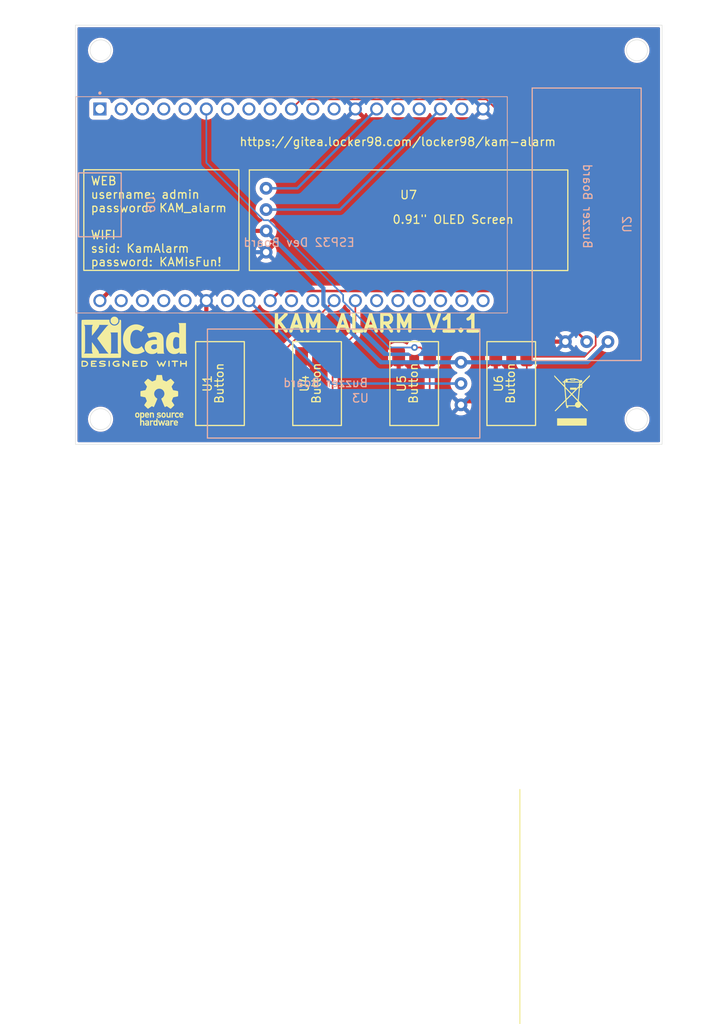
<source format=kicad_pcb>
(kicad_pcb
	(version 20240108)
	(generator "pcbnew")
	(generator_version "8.0")
	(general
		(thickness 1.6)
		(legacy_teardrops no)
	)
	(paper "A4")
	(layers
		(0 "F.Cu" signal)
		(31 "B.Cu" signal)
		(34 "B.Paste" user)
		(35 "F.Paste" user)
		(36 "B.SilkS" user "B.Silkscreen")
		(37 "F.SilkS" user "F.Silkscreen")
		(38 "B.Mask" user)
		(39 "F.Mask" user)
		(44 "Edge.Cuts" user)
		(45 "Margin" user)
		(46 "B.CrtYd" user "B.Courtyard")
		(47 "F.CrtYd" user "F.Courtyard")
	)
	(setup
		(stackup
			(layer "F.SilkS"
				(type "Top Silk Screen")
			)
			(layer "F.Paste"
				(type "Top Solder Paste")
			)
			(layer "F.Mask"
				(type "Top Solder Mask")
				(thickness 0.01)
			)
			(layer "F.Cu"
				(type "copper")
				(thickness 0.035)
			)
			(layer "dielectric 1"
				(type "core")
				(thickness 1.51)
				(material "FR4")
				(epsilon_r 4.5)
				(loss_tangent 0.02)
			)
			(layer "B.Cu"
				(type "copper")
				(thickness 0.035)
			)
			(layer "B.Mask"
				(type "Bottom Solder Mask")
				(thickness 0.01)
			)
			(layer "B.Paste"
				(type "Bottom Solder Paste")
			)
			(layer "B.SilkS"
				(type "Bottom Silk Screen")
			)
			(copper_finish "None")
			(dielectric_constraints no)
		)
		(pad_to_mask_clearance 0)
		(allow_soldermask_bridges_in_footprints no)
		(grid_origin 156 103.5)
		(pcbplotparams
			(layerselection 0x00010fc_ffffffff)
			(plot_on_all_layers_selection 0x0000000_00000000)
			(disableapertmacros no)
			(usegerberextensions no)
			(usegerberattributes yes)
			(usegerberadvancedattributes yes)
			(creategerberjobfile yes)
			(dashed_line_dash_ratio 12.000000)
			(dashed_line_gap_ratio 3.000000)
			(svgprecision 4)
			(plotframeref no)
			(viasonmask no)
			(mode 1)
			(useauxorigin no)
			(hpglpennumber 1)
			(hpglpenspeed 20)
			(hpglpendiameter 15.000000)
			(pdf_front_fp_property_popups yes)
			(pdf_back_fp_property_popups yes)
			(dxfpolygonmode yes)
			(dxfimperialunits yes)
			(dxfusepcbnewfont yes)
			(psnegative no)
			(psa4output no)
			(plotreference yes)
			(plotvalue yes)
			(plotfptext yes)
			(plotinvisibletext no)
			(sketchpadsonfab no)
			(subtractmaskfromsilk no)
			(outputformat 1)
			(mirror no)
			(drillshape 0)
			(scaleselection 1)
			(outputdirectory "Gerber/")
		)
	)
	(net 0 "")
	(net 1 "GND")
	(net 2 "+5V")
	(net 3 "B1")
	(net 4 "B2")
	(net 5 "B3")
	(net 6 "B4")
	(net 7 "unconnected-(U8-SD0-PadJ2-2)")
	(net 8 "unconnected-(U8-SVN-PadJ3-16)")
	(net 9 "unconnected-(U8-SD2-PadJ3-4)")
	(net 10 "unconnected-(U8-CLK-PadJ2-1)")
	(net 11 "unconnected-(U8-SVP-PadJ3-17)")
	(net 12 "unconnected-(U8-SD1-PadJ2-3)")
	(net 13 "unconnected-(U8-IO02-PadJ2-5)")
	(net 14 "unconnected-(U8-IO34-PadJ3-15)")
	(net 15 "/SCK_Wire")
	(net 16 "unconnected-(U8-RX-PadJ2-15)")
	(net 17 "unconnected-(U8-IO17-PadJ2-9)")
	(net 18 "unconnected-(U8-IO12-PadJ3-7)")
	(net 19 "/Buzzer I{slash}O 1")
	(net 20 "unconnected-(U8-IO26-PadJ3-10)")
	(net 21 "unconnected-(U8-SD3-PadJ3-3)")
	(net 22 "unconnected-(U8-3V3-PadJ3-19)")
	(net 23 "unconnected-(U8-EN-PadJ3-18)")
	(net 24 "unconnected-(U8-IO25-PadJ3-11)")
	(net 25 "unconnected-(U8-IO19-PadJ2-12)")
	(net 26 "unconnected-(U8-IO23-PadJ2-18)")
	(net 27 "unconnected-(U8-IO18-PadJ2-11)")
	(net 28 "unconnected-(U8-IO13-PadJ3-5)")
	(net 29 "unconnected-(U8-IO04-PadJ2-7)")
	(net 30 "unconnected-(U8-IO15-PadJ2-4)")
	(net 31 "unconnected-(U8-TX-PadJ2-16)")
	(net 32 "/Buzzer I{slash}O 2")
	(net 33 "unconnected-(U8-IO16-PadJ2-8)")
	(net 34 "unconnected-(U8-IO35-PadJ3-14)")
	(net 35 "/SDA_Wire")
	(net 36 "unconnected-(U8-CMD-PadJ3-2)")
	(footprint "button:TWS4417-250AT" (layer "F.Cu") (at 53.8333 67.75 90))
	(footprint "AliExpress:OLED Screen" (layer "F.Cu") (at 64.75 48.27))
	(footprint "Symbol:KiCad-Logo2_5mm_SilkScreen" (layer "F.Cu") (at 32 62.75))
	(footprint "button:TWS4417-250AT" (layer "F.Cu") (at 77 67.75 90))
	(footprint "Symbol:WEEE-Logo_4.2x6mm_SilkScreen" (layer "F.Cu") (at 84.25 69.75))
	(footprint "button:TWS4417-250AT" (layer "F.Cu") (at 65.4167 67.75 90))
	(footprint "Symbol:OSHW-Logo_5.7x6mm_SilkScreen" (layer "F.Cu") (at 35 69.75))
	(footprint "button:TWS4417-250AT" (layer "F.Cu") (at 42.25 67.75 90))
	(footprint "AliExpress:buzzer" (layer "B.Cu") (at 57 67.75 180))
	(footprint "ESP32-DEVKITC-32D:MODULE_ESP32-DEVKITC-32D" (layer "B.Cu") (at 50.78 46.43 -90))
	(footprint "AliExpress:buzzer" (layer "B.Cu") (at 86 48.75 90))
	(gr_circle
		(center 92 72)
		(end 93.25 72)
		(locked yes)
		(stroke
			(width 0.05)
			(type default)
		)
		(fill none)
		(layer "Edge.Cuts")
		(uuid "02df9dec-ef88-4a17-aa24-77c8548e9d1d")
	)
	(gr_circle
		(center 28 28)
		(end 29.25 28)
		(locked yes)
		(stroke
			(width 0.05)
			(type default)
		)
		(fill none)
		(layer "Edge.Cuts")
		(uuid "176ce26a-523d-4a61-822d-9e6e1537a766")
	)
	(gr_circle
		(center 92 28)
		(end 93.25 28)
		(locked yes)
		(stroke
			(width 0.05)
			(type default)
		)
		(fill none)
		(layer "Edge.Cuts")
		(uuid "57a96093-e118-4433-80ec-077c16a5deec")
	)
	(gr_rect
		(start 25 25)
		(end 95 75)
		(locked yes)
		(stroke
			(width 0.05)
			(type default)
		)
		(fill none)
		(layer "Edge.Cuts")
		(uuid "ed1d56ba-8914-46dc-8f2b-92bb5a43fd0a")
	)
	(gr_circle
		(center 28 72)
		(end 29.25 72)
		(locked yes)
		(stroke
			(width 0.05)
			(type solid)
		)
		(fill none)
		(layer "Edge.Cuts")
		(uuid "f3aa15e5-3a88-45d7-9e4f-1c9e4ee0952c")
	)
	(gr_text "KAM ALARM V1.1"
		(at 48.25 61.75 0)
		(layer "F.SilkS")
		(uuid "2fd97656-df70-4d94-8ec4-08fc59e35c8c")
		(effects
			(font
				(size 2 2)
				(thickness 0.4)
				(bold yes)
			)
			(justify left bottom)
		)
	)
	(gr_text "https://gitea.locker98.com/locker98/kam-alarm"
		(at 44.5 39.5 0)
		(layer "F.SilkS")
		(uuid "b6a1042d-90af-4d4d-98ad-b3c76907c47f")
		(effects
			(font
				(size 1 1)
				(thickness 0.15)
			)
			(justify left bottom)
		)
	)
	(gr_text_box "WEB\nusername: admin\npassword: KAM_alarm\n\nWIFI\nssid: KamAlarm\npassword: KAMisFun! "
		(start 26 42.25)
		(end 44.5 54.25)
		(layer "F.SilkS")
		(uuid "b2dbdacd-7ee4-4581-a765-10c78d9a5181")
		(effects
			(font
				(size 1 1)
				(thickness 0.15)
			)
			(justify left top)
		)
		(border yes)
		(stroke
			(width 0.15)
			(type solid)
		)
	)
	(segment
		(start 65.1646 72.5479)
		(end 68.7421 72.5479)
		(width 0.5)
		(layer "F.Cu")
		(net 1)
		(uuid "00c79063-f308-4056-be9d-92c90db0aeae")
	)
	(segment
		(start 59.632 36.232)
		(end 58.4 35)
		(width 0.5)
		(layer "F.Cu")
		(net 1)
		(uuid "0f9b62ed-b114-48e6-b474-c5cfa72a2650")
	)
	(segment
		(start 63.5667 70.95)
		(end 65.1646 72.5479)
		(width 0.5)
		(layer "F.Cu")
		(net 1)
		(uuid "15954afe-cf36-458d-a31d-fa0115821ccc")
	)
	(segment
		(start 75.15 68.768)
		(end 74.059 69.859)
		(width 0.5)
		(layer "F.Cu")
		(net 1)
		(uuid "24776c47-9f51-44ee-a7d1-a2e43b61288c")
	)
	(segment
		(start 53.58 72.5467)
		(end 51.9833 70.95)
		(width 0.5)
		(layer "F.Cu")
		(net 1)
		(uuid "26e21d94-cdcf-4043-bae1-79ee44250e65")
	)
	(segment
		(start 40.62 57.86)
		(end 40.62 64.33)
		(width 0.5)
		(layer "F.Cu")
		(net 1)
		(uuid "2ef2849e-a9d1-411d-9a68-47f6db5937ad")
	)
	(segment
		(start 59.632 36.232)
		(end 59.632 40.198)
		(width 0.5)
		(layer "F.Cu")
		(net 1)
		(uuid "37258f74-e292-4e74-80b7-ca63a1d3abae")
	)
	(segment
		(start 51.9833 70.95)
		(end 51.9833 64.55)
		(width 0.5)
		(layer "F.Cu")
		(net 1)
		(uuid "458db44c-f11d-4662-bb5b-622c26575d6d")
	)
	(segment
		(start 40.62 64.33)
		(end 40.4 64.55)
		(width 0.5)
		(layer "F.Cu")
		(net 1)
		(uuid "50d93136-b173-40a2-8e57-76ea6477844c")
	)
	(segment
		(start 68.7421 72.5479)
		(end 71 70.29)
		(width 0.5)
		(layer "F.Cu")
		(net 1)
		(uuid "5ae286e5-561e-4910-bea6-d68e38279d61")
	)
	(segment
		(start 75.15 64.55)
		(end 75.15 68.768)
		(width 0.5)
		(layer "F.Cu")
		(net 1)
		(uuid "6563e4cd-529a-4349-8e62-f2619c5c0f8e")
	)
	(segment
		(start 59.632 40.198)
		(end 47.75 52.08)
		(width 0.5)
		(layer "F.Cu")
		(net 1)
		(uuid "745e8432-96df-41a1-85ef-9514c134be80")
	)
	(segment
		(start 63.5667 70.95)
		(end 61.97 72.5467)
		(width 0.5)
		(layer "F.Cu")
		(net 1)
		(uuid "822a4800-bd7a-4da7-9874-e03c9ea43da9")
	)
	(segment
		(start 41.9974 72.5474)
		(end 50.3859 72.5474)
		(width 0.5)
		(layer "F.Cu")
		(net 1)
		(uuid "850ac849-0dd9-48c4-a273-edb3db5d1a24")
	)
	(segment
		(start 63.5667 64.55)
		(end 63.5667 70.95)
		(width 0.5)
		(layer "F.Cu")
		(net 1)
		(uuid "9abf0c44-caa7-4e1e-85b1-e7dc9b37e0ed")
	)
	(segment
		(start 72.408 36.232)
		(end 59.632 36.232)
		(width 0.5)
		(layer "F.Cu")
		(net 1)
		(uuid "b7ce3289-71ad-40f2-a40a-cf4edadb5996")
	)
	(segment
		(start 71.431 69.859)
		(end 71 70.29)
		(width 0.5)
		(layer "F.Cu")
		(net 1)
		(uuid "bb6ecafc-b004-4861-af5e-36834c2c0251")
	)
	(segment
		(start 61.97 72.5467)
		(end 53.58 72.5467)
		(width 0.5)
		(layer "F.Cu")
		(net 1)
		(uuid "bd83ba3a-38bf-4c1d-93a5-176a20cf2ede")
	)
	(segment
		(start 73.64 35)
		(end 72.408 36.232)
		(width 0.5)
		(layer "F.Cu")
		(net 1)
		(uuid "ccc7f8d5-508f-4495-9fb3-9008581d392c")
	)
	(segment
		(start 76.95 62.75)
		(end 75.15 64.55)
		(width 0.5)
		(layer "F.Cu")
		(net 1)
		(uuid "d3a9f865-4743-4d23-b629-06da74c6a686")
	)
	(segment
		(start 50.3859 72.5474)
		(end 51.9833 70.95)
		(width 0.5)
		(layer "F.Cu")
		(net 1)
		(uuid "d9c2923b-2764-488f-9ae9-6f41625eee44")
	)
	(segment
		(start 74.059 69.859)
		(end 75.15 70.95)
		(width 0.5)
		(layer "F.Cu")
		(net 1)
		(uuid "dfa6d94c-f9f6-44e1-a510-be9870291a21")
	)
	(segment
		(start 83.46 62.75)
		(end 76.95 62.75)
		(width 0.5)
		(layer "F.Cu")
		(net 1)
		(uuid "e18bae63-4939-4782-b5fe-78204ac74697")
	)
	(segment
		(start 40.4 70.95)
		(end 41.9974 72.5474)
		(width 0.5)
		(layer "F.Cu")
		(net 1)
		(uuid "e64052d8-4c38-4ab5-92e9-0678fadd594b")
	)
	(segment
		(start 40.4 70.95)
		(end 40.4 64.55)
		(width 0.5)
		(layer "F.Cu")
		(net 1)
		(uuid "e74d75c2-f246-4f01-ae6a-9812c07b73b8")
	)
	(segment
		(start 74.059 69.859)
		(end 71.431 69.859)
		(width 0.5)
		(layer "F.Cu")
		(net 1)
		(uuid "f52dbd75-78a8-4a4c-ba76-6b7d4d69dd4b")
	)
	(segment
		(start 46.4 52.08)
		(end 40.62 57.86)
		(width 0.5)
		(layer "B.Cu")
		(net 1)
		(uuid "287bb84e-1ff3-4430-9f39-f025472ba720")
	)
	(segment
		(start 47.75 52.08)
		(end 46.4 52.08)
		(width 0.5)
		(layer "B.Cu")
		(net 1)
		(uuid "cdaf5ecd-4d79-41c3-8472-221a2cd4aeb4")
	)
	(segment
		(start 47.75 49.54)
		(end 36.24 49.54)
		(width 0.5)
		(layer "F.Cu")
		(net 2)
		(uuid "92d56b71-aa32-4fc7-b7e4-3016b37cd055")
	)
	(segment
		(start 36.24 49.54)
		(end 27.92 57.86)
		(width 0.5)
		(layer "F.Cu")
		(net 2)
		(uuid "96368053-b63b-4e7d-b547-6e334f89ed36")
	)
	(segment
		(start 61.4601 65.21)
		(end 71 65.21)
		(width 0.5)
		(layer "B.Cu")
		(net 2)
		(uuid "3337b0d6-21e8-4be0-ab3b-20f57839c4b0")
	)
	(segment
		(start 86.08 65.21)
		(end 88.54 62.75)
		(width 0.5)
		(layer "B.Cu")
		(net 2)
		(uuid "50248022-5a33-4d98-83fa-49c4c953a543")
	)
	(segment
		(start 47.75 49.54)
		(end 54.59 56.38)
		(width 0.5)
		(layer "B.Cu")
		(net 2)
		(uuid "85c23fc5-9fb2-40c8-98b0-1866a9c5dcde")
	)
	(segment
		(start 54.59 56.38)
		(end 54.59 58.3399)
		(width 0.5)
		(layer "B.Cu")
		(net 2)
		(uuid "92e39469-a63a-43db-92cb-bd12f3dd07d1")
	)
	(segment
		(start 54.59 58.3399)
		(end 61.4601 65.21)
		(width 0.5)
		(layer "B.Cu")
		(net 2)
		(uuid "b9227d68-c98d-4100-b1ab-cd9ae688e764")
	)
	(segment
		(start 71 65.21)
		(end 86.08 65.21)
		(width 0.5)
		(layer "B.Cu")
		(net 2)
		(uuid "c5d16874-29ca-4815-965a-4dcb0d224005")
	)
	(segment
		(start 55.86 57.86)
		(end 49.17 64.55)
		(width 0.2)
		(layer "F.Cu")
		(net 3)
		(uuid "38a8827a-0e82-4d4e-9c5a-5671c5dd0151")
	)
	(segment
		(start 49.17 64.55)
		(end 44.1 64.55)
		(width 0.2)
		(layer "F.Cu")
		(net 3)
		(uuid "392faf3e-b8f7-42a0-aa88-186632bb92c9")
	)
	(segment
		(start 44.1 64.55)
		(end 44.1 70.95)
		(width 0.2)
		(layer "F.Cu")
		(net 3)
		(uuid "cb6bf85e-0806-4314-8e6b-074ef5168ec3")
	)
	(segment
		(start 58.4 61.8333)
		(end 55.6833 64.55)
		(width 0.2)
		(layer "F.Cu")
		(net 4)
		(uuid "22e94b35-fb6d-4c6c-b594-ded7b1458a49")
	)
	(segment
		(start 55.6833 64.55)
		(end 55.6833 70.95)
		(width 0.2)
		(layer "F.Cu")
		(net 4)
		(uuid "73e905d8-25e9-40b4-9b63-96c073f789db")
	)
	(segment
		(start 58.4 57.86)
		(end 58.4 61.8333)
		(width 0.2)
		(layer "F.Cu")
		(net 4)
		(uuid "8f330684-c0f7-4c09-aa67-f53df311d8a7")
	)
	(segment
		(start 65.4578 63.4466)
		(end 66.1633 63.4466)
		(width 0.2)
		(layer "F.Cu")
		(net 5)
		(uuid "13efa96f-ef43-4743-8f2d-7427bb4bdc44")
	)
	(segment
		(start 66.1633 63.4466)
		(end 67.2667 64.55)
		(width 0.2)
		(layer "F.Cu")
		(net 5)
		(uuid "8d6cc5f3-997f-46fd-a30a-dcd85c8e2707")
	)
	(segment
		(start 67.2667 64.55)
		(end 67.2667 70.95)
		(width 0.2)
		(layer "F.Cu")
		(net 5)
		(uuid "d302f274-2057-4e4b-904c-2f496a470f86")
	)
	(via
		(at 65.4578 63.4466)
		(size 0.8)
		(drill 0.4)
		(layers "F.Cu" "B.Cu")
		(net 5)
		(uuid "5d846305-a52a-4e8f-8461-1e7aff606309")
	)
	(segment
		(start 56.9417 57.1817)
		(end 56.9417 57.9517)
		(width 0.2)
		(layer "B.Cu")
		(net 5)
		(uuid "5460ee88-0a88-40c0-b62f-9ed3aec421d8")
	)
	(segment
		(start 40.62 41.416)
		(end 47.474 48.27)
		(width 0.2)
		(layer "B.Cu")
		(net 5)
		(uuid "573a24d9-567a-4cf4-979a-f07a23346382")
	)
	(segment
		(start 48.03 48.27)
		(end 56.9417 57.1817)
		(width 0.2)
		(layer "B.Cu")
		(net 5)
		(uuid "65712848-c10e-4e57-ae82-38b85631806e")
	)
	(segment
		(start 47.474 48.27)
		(end 48.03 48.27)
		(width 0.2)
		(layer "B.Cu")
		(net 5)
		(uuid "83e1c5ba-bba7-426b-ac00-2a0c3cf72210")
	)
	(segment
		(start 40.62 35)
		(end 40.62 41.416)
		(width 0.2)
		(layer "B.Cu")
		(net 5)
		(uuid "8bf30e1b-fab3-4092-b555-b33c8227dae2")
	)
	(segment
		(start 56.9417 57.9517)
		(end 62.4366 63.4466)
		(width 0.2)
		(layer "B.Cu")
		(net 5)
		(uuid "8fe42416-b7a5-4c5d-978f-716d9960699d")
	)
	(segment
		(start 62.4366 63.4466)
		(end 65.4578 63.4466)
		(width 0.2)
		(layer "B.Cu")
		(net 5)
		(uuid "dae96c46-8b9f-443b-ade8-f4511bf84a64")
	)
	(segment
		(start 85.7234 64.55)
		(end 78.85 64.55)
		(width 0.2)
		(layer "F.Cu")
		(net 6)
		(uuid "1a0c6332-e345-40b3-ba04-b73e3c6f229b")
	)
	(segment
		(start 87.0723 46.8925)
		(end 87.0723 63.2011)
		(width 0.2)
		(layer "F.Cu")
		(net 6)
		(uuid "4312823b-8d5a-40bf-8535-7db809556fdb")
	)
	(segment
		(start 50.78 35)
		(end 51.9285 33.8515)
		(width 0.2)
		(layer "F.Cu")
		(net 6)
		(uuid "4fb1eb2f-0960-451d-b290-063fa06cc1d5")
	)
	(segment
		(start 51.9285 33.8515)
		(end 74.0313 33.8515)
		(width 0.2)
		(layer "F.Cu")
		(net 6)
		(uuid "600d1d77-58f1-4ebd-8949-f8232332c9a2")
	)
	(segment
		(start 74.0313 33.8515)
		(end 87.0723 46.8925)
		(width 0.2)
		(layer "F.Cu")
		(net 6)
		(uuid "6f306e4d-d3ba-4e51-87c2-9ea9cad3687b")
	)
	(segment
		(start 78.85 64.55)
		(end 78.85 70.95)
		(width 0.2)
		(layer "F.Cu")
		(net 6)
		(uuid "7c3ae79b-ce07-4505-946c-cffc37b0b15d")
	)
	(segment
		(start 87.0723 63.2011)
		(end 85.7234 64.55)
		(width 0.2)
		(layer "F.Cu")
		(net 6)
		(uuid "ab9b74fa-c6df-467a-a0e2-1d7d7a087ec6")
	)
	(segment
		(start 56.56 47)
		(end 47.75 47)
		(width 0.3)
		(layer "B.Cu")
		(net 15)
		(uuid "895e081d-13c7-4fbf-9e83-b08b295c7bd7")
	)
	(segment
		(start 68.56 35)
		(end 56.56 47)
		(width 0.3)
		(layer "B.Cu")
		(net 15)
		(uuid "bd104e87-fd3e-4aae-a78e-34dc14c454db")
	)
	(segment
		(start 48.24 57.86)
		(end 49.3861 56.7139)
		(width 0.3)
		(layer "F.Cu")
		(net 19)
		(uuid "2b1ec2f8-6a1a-47ec-9f31-b672220699d7")
	)
	(segment
		(start 79.9639 56.7139)
		(end 86 62.75)
		(width 0.3)
		(layer "F.Cu")
		(net 19)
		(uuid "681be57f-fb1d-49c8-a208-b5f59b79a77f")
	)
	(segment
		(start 49.3861 56.7139)
		(end 79.9639 56.7139)
		(width 0.3)
		(layer "F.Cu")
		(net 19)
		(uuid "c8b1a64e-0f44-46ca-af0f-91fe1863e1d7")
	)
	(segment
		(start 55.59 67.75)
		(end 71 67.75)
		(width 0.3)
		(layer "B.Cu")
		(net 32)
		(uuid "0d7328af-e432-4077-9fd0-de2c375c69b7")
	)
	(segment
		(start 45.7 57.86)
		(end 55.59 67.75)
		(width 0.3)
		(layer "B.Cu")
		(net 32)
		(uuid "3f65c29c-2134-45df-8754-d6f0d622830e")
	)
	(segment
		(start 60.94 35)
		(end 51.48 44.46)
		(width 0.3)
		(layer "B.Cu")
		(net 35)
		(uuid "06223bc4-8649-4b88-aa93-8d16a9ad05fa")
	)
	(segment
		(start 51.48 44.46)
		(end 47.75 44.46)
		(width 0.3)
		(layer "B.Cu")
		(net 35)
		(uuid "5a99bd2b-5ff6-44ed-9038-64b4e93b3671")
	)
	(zone
		(net 1)
		(net_name "GND")
		(layers "F&B.Cu")
		(uuid "1aabffe8-06f3-4663-97fe-e49bbc497707")
		(hatch edge 0.5)
		(connect_pads
			(clearance 0.5)
		)
		(min_thickness 0.25)
		(filled_areas_thickness no)
		(fill yes
			(thermal_gap 0.5)
			(thermal_bridge_width 0.5)
			(island_removal_mode 1)
			(island_area_min 10)
		)
		(polygon
			(pts
				(xy 100 22) (xy 99 81.5) (xy 16 77.5) (xy 20.5 23.5)
			)
		)
		(filled_polygon
			(layer "F.Cu")
			(pts
				(xy 84.511741 63.448188) (xy 84.557094 63.383417) (xy 84.557095 63.383416) (xy 84.61734 63.254219)
				(xy 84.663512 63.20178) (xy 84.730706 63.182627) (xy 84.797587 63.202842) (xy 84.842105 63.254218)
				(xy 84.902466 63.383662) (xy 84.902468 63.383666) (xy 85.02917 63.564615) (xy 85.029175 63.564621)
				(xy 85.185382 63.720828) (xy 85.189807 63.723926) (xy 85.233431 63.778503) (xy 85.240623 63.848002)
				(xy 85.2091 63.910356) (xy 85.14887 63.945769) (xy 85.118682 63.9495) (xy 84.280583 63.9495) (xy 84.213544 63.929815)
				(xy 84.167789 63.877011) (xy 84.157055 63.814694) (xy 84.158188 63.801741) (xy 83.487448 63.131)
				(xy 83.51016 63.131) (xy 83.607061 63.105036) (xy 83.69394 63.054876) (xy 83.764876 62.98394) (xy 83.815036 62.897061)
				(xy 83.841 62.80016) (xy 83.841 62.777447)
			)
		)
		(filled_polygon
			(layer "F.Cu")
			(pts
				(xy 94.692539 25.270185) (xy 94.738294 25.322989) (xy 94.7495 25.3745) (xy 94.7495 74.6255) (xy 94.729815 74.692539)
				(xy 94.677011 74.738294) (xy 94.6255 74.7495) (xy 25.3745 74.7495) (xy 25.307461 74.729815) (xy 25.261706 74.677011)
				(xy 25.2505 74.6255) (xy 25.2505 71.999994) (xy 26.494357 71.999994) (xy 26.494357 72.000005) (xy 26.51489 72.247812)
				(xy 26.514892 72.247824) (xy 26.575936 72.488881) (xy 26.675826 72.716606) (xy 26.811833 72.924782)
				(xy 26.811836 72.924785) (xy 26.980256 73.107738) (xy 27.176491 73.260474) (xy 27.39519 73.378828)
				(xy 27.630386 73.459571) (xy 27.875665 73.5005) (xy 28.124335 73.5005) (xy 28.369614 73.459571)
				(xy 28.60481 73.378828) (xy 28.823509 73.260474) (xy 29.019744 73.107738) (xy 29.188164 72.924785)
				(xy 29.324173 72.716607) (xy 29.424063 72.488881) (xy 29.465964 72.323418) (xy 39.380133 72.323418)
				(xy 39.392362 72.338629) (xy 39.392369 72.338637) (xy 39.541725 72.458692) (xy 39.541724 72.458692)
				(xy 39.713397 72.543834) (xy 39.899361 72.590081) (xy 39.899357 72.590081) (xy 39.942395 72.592999)
				(xy 40.857605 72.592999) (xy 40.857609 72.592998) (xy 40.900632 72.590082) (xy 40.900634 72.590082)
				(xy 41.086602 72.543834) (xy 41.258275 72.458692) (xy 41.407631 72.338635) (xy 41.419864 72.323417)
				(xy 40.4 71.303553) (xy 39.380133 72.323418) (xy 29.465964 72.323418) (xy 29.485108 72.247821) (xy 29.485109 72.247812)
				(xy 29.505643 72.000005) (xy 29.505643 71.999994) (xy 29.485109 71.752187) (xy 29.485107 71.752175)
				(xy 29.424063 71.511118) (xy 29.324173 71.283393) (xy 29.188166 71.075217) (xy 29.108049 70.988187)
				(xy 29.019744 70.892262) (xy 28.823509 70.739526) (xy 28.823507 70.739525) (xy 28.823506 70.739524)
				(xy 28.604811 70.621172) (xy 28.604802 70.621169) (xy 28.369616 70.540429) (xy 28.124335 70.4995)
				(xy 27.875665 70.4995) (xy 27.630383 70.540429) (xy 27.395197 70.621169) (xy 27.395188 70.621172)
				(xy 27.176493 70.739524) (xy 26.980257 70.892261) (xy 26.811833 71.075217) (xy 26.675826 71.283393)
				(xy 26.575936 71.511118) (xy 26.514892 71.752175) (xy 26.51489 71.752187) (xy 26.494357 71.999994)
				(xy 25.2505 71.999994) (xy 25.2505 70.111395) (xy 39.138 70.111395) (xy 39.138 71.788605) (xy 39.138001 71.788609)
				(xy 39.140917 71.831634) (xy 39.145675 71.850769) (xy 39.145676 71.85077) (xy 40.046447 70.95) (xy 40.046446 70.949999)
				(xy 40.753553 70.949999) (xy 40.753553 70.95) (xy 41.654322 71.850769) (xy 41.659081 71.831637)
				(xy 41.661999 71.788604) (xy 41.661999 70.111394) (xy 41.661998 70.11139) (xy 41.659082 70.068365)
				(xy 41.654322 70.049228) (xy 40.753553 70.949999) (xy 40.046446 70.949999) (xy 39.145676 70.049229)
				(xy 39.140918 70.068362) (xy 39.138 70.111395) (xy 25.2505 70.111395) (xy 25.2505 69.576581) (xy 39.380133 69.576581)
				(xy 40.4 70.596447) (xy 40.400001 70.596447) (xy 41.419865 69.57658) (xy 41.407632 69.561363) (xy 41.258275 69.441307)
				(xy 41.086602 69.356165) (xy 40.900638 69.309918) (xy 40.900642 69.309918) (xy 40.857604 69.307)
				(xy 39.942394 69.307) (xy 39.94239 69.307001) (xy 39.899367 69.309917) (xy 39.899365 69.309917)
				(xy 39.713397 69.356165) (xy 39.541724 69.441307) (xy 39.392369 69.561362) (xy 39.392363 69.561368)
				(xy 39.380133 69.576581) (xy 25.2505 69.576581) (xy 25.2505 65.923418) (xy 39.380133 65.923418)
				(xy 39.392362 65.938629) (xy 39.392369 65.938637) (xy 39.541725 66.058692) (xy 39.541724 66.058692)
				(xy 39.713397 66.143834) (xy 39.899361 66.190081) (xy 39.899357 66.190081) (xy 39.942395 66.192999)
				(xy 40.857605 66.192999) (xy 40.857609 66.192998) (xy 40.900632 66.190082) (xy 40.900634 66.190082)
				(xy 41.086602 66.143834) (xy 41.258275 66.058692) (xy 41.407631 65.938635) (xy 41.419864 65.923417)
				(xy 40.4 64.903553) (xy 39.380133 65.923418) (xy 25.2505 65.923418) (xy 25.2505 63.711395) (xy 39.138 63.711395)
				(xy 39.138 65.388605) (xy 39.138001 65.388609) (xy 39.140917 65.431634) (xy 39.145675 65.450769)
				(xy 39.145676 65.45077) (xy 40.046447 64.55) (xy 40.046446 64.549999) (xy 40.753553 64.549999) (xy 40.753553 64.55)
				(xy 41.654322 65.450769) (xy 41.659081 65.431637) (xy 41.661999 65.388604) (xy 41.661999 63.711394)
				(xy 41.661998 63.71139) (xy 41.659082 63.668365) (xy 41.654322 63.649228) (xy 40.753553 64.549999)
				(xy 40.046446 64.549999) (xy 39.145676 63.649229) (xy 39.140918 63.668362) (xy 39.138 63.711395)
				(xy 25.2505 63.711395) (xy 25.2505 63.176581) (xy 39.380133 63.176581) (xy 40.4 64.196447) (xy 40.400001 64.196447)
				(xy 41.419865 63.17658) (xy 41.407632 63.161363) (xy 41.258275 63.041307) (xy 41.086602 62.956165)
				(xy 40.900638 62.909918) (xy 40.900642 62.909918) (xy 40.857604 62.907) (xy 39.942394 62.907) (xy 39.94239 62.907001)
				(xy 39.899367 62.909917) (xy 39.899365 62.909917) (xy 39.713397 62.956165) (xy 39.541724 63.041307)
				(xy 39.392369 63.161362) (xy 39.392363 63.161368) (xy 39.380133 63.176581) (xy 25.2505 63.176581)
				(xy 25.2505 57.859998) (xy 26.634609 57.859998) (xy 26.634609 57.860001) (xy 26.654136 58.0832)
				(xy 26.654137 58.083208) (xy 26.712126 58.299625) (xy 26.712127 58.299627) (xy 26.712128 58.29963)
				(xy 26.762382 58.4074) (xy 26.806819 58.502696) (xy 26.806821 58.5027) (xy 26.935329 58.686228)
				(xy 26.935334 58.686234) (xy 27.093765 58.844665) (xy 27.093771 58.84467) (xy 27.277299 58.973178)
				(xy 27.277301 58.973179) (xy 27.277304 58.973181) (xy 27.48037 59.067872) (xy 27.696794 59.125863)
				(xy 27.856226 59.139811) (xy 27.919998 59.145391) (xy 27.92 59.145391) (xy 27.920002 59.145391)
				(xy 27.975801 59.140509) (xy 28.143206 59.125863) (xy 28.35963 59.067872) (xy 28.562696 58.973181)
				(xy 28.746233 58.844667) (xy 28.904667 58.686233) (xy 29.033181 58.502696) (xy 29.077618 58.407399)
				(xy 29.12379 58.35496) (xy 29.190983 58.335808) (xy 29.257865 58.356023) (xy 29.302382 58.4074)
				(xy 29.346817 58.502692) (xy 29.346821 58.5027) (xy 29.475329 58.686228) (xy 29.475334 58.686234)
				(xy 29.633765 58.844665) (xy 29.633771 58.84467) (xy 29.817299 58.973178) (xy 29.817301 58.973179)
				(xy 29.817304 58.973181) (xy 30.02037 59.067872) (xy 30.236794 59.125863) (xy 30.396226 59.139811)
				(xy 30.459998 59.145391) (xy 30.46 59.145391) (xy 30.460002 59.145391) (xy 30.515801 59.140509)
				(xy 30.683206 59.125863) (xy 30.89963 59.067872) (xy 31.102696 58.973181) (xy 31.286233 58.844667)
				(xy 31.444667 58.686233) (xy 31.573181 58.502696) (xy 31.617618 58.407399) (xy 31.66379 58.35496)
				(xy 31.730983 58.335808) (xy 31.797865 58.356023) (xy 31.842382 58.4074) (xy 31.886817 58.502692)
				(xy 31.886821 58.5027) (xy 32.015329 58.686228) (xy 32.015334 58.686234) (xy 32.173765 58.844665)
				(xy 32.173771 58.84467) (xy 32.357299 58.973178) (xy 32.357301 58.973179) (xy 32.357304 58.973181)
				(xy 32.56037 59.067872) (xy 32.776794 59.125863) (xy 32.936226 59.139811) (xy 32.999998 59.145391)
				(xy 33 59.145391) (xy 33.000002 59.145391) (xy 33.055801 59.140509) (xy 33.223206 59.125863) (xy 33.43963 59.067872)
				(xy 33.642696 58.973181) (xy 33.826233 58.844667) (xy 33.984667 58.686233) (xy 34.113181 58.502696)
				(xy 34.157618 58.407399) (xy 34.20379 58.35496) (xy 34.270983 58.335808) (xy 34.337865 58.356023)
				(xy 34.382382 58.4074) (xy 34.426817 58.502692) (xy 34.426821 58.5027) (xy 34.555329 58.686228)
				(xy 34.555334 58.686234) (xy 34.713765 58.844665) (xy 34.713771 58.84467) (xy 34.897299 58.973178)
				(xy 34.897301 58.973179) (xy 34.897304 58.973181) (xy 35.10037 59.067872) (xy 35.316794 59.125863)
				(xy 35.476226 59.139811) (xy 35.539998 59.145391) (xy 35.54 59.145391) (xy 35.540002 59.145391)
				(xy 35.595801 59.140509) (xy 35.763206 59.125863) (xy 35.97963 59.067872) (xy 36.182696 58.973181)
				(xy 36.366233 58.844667) (xy 36.524667 58.686233) (xy 36.653181 58.502696) (xy 36.697618 58.407399)
				(xy 36.74379 58.35496) (xy 36.810983 58.335808) (xy 36.877865 58.356023) (xy 36.922382 58.4074)
				(xy 36.966817 58.502692) (xy 36.966821 58.5027) (xy 37.095329 58.686228) (xy 37.095334 58.686234)
				(xy 37.253765 58.844665) (xy 37.253771 58.84467) (xy 37.437299 58.973178) (xy 37.437301 58.973179)
				(xy 37.437304 58.973181) (xy 37.64037 59.067872) (xy 37.856794 59.125863) (xy 38.016226 59.139811)
				(xy 38.079998 59.145391) (xy 38.08 59.145391) (xy 38.080002 59.145391) (xy 38.135801 59.140509)
				(xy 38.303206 59.125863) (xy 38.51963 59.067872) (xy 38.722696 58.973181) (xy 38.906233 58.844667)
				(xy 39.064667 58.686233) (xy 39.193181 58.502696) (xy 39.237895 58.406804) (xy 39.284064 58.35437)
				(xy 39.351258 58.335217) (xy 39.418139 58.355432) (xy 39.462657 58.406808) (xy 39.507252 58.502443)
				(xy 39.507253 58.502445) (xy 39.555334 58.571112) (xy 40.120707 58.005739) (xy 40.135437 58.060712)
				(xy 40.203896 58.179287) (xy 40.300713 58.276104) (xy 40.419288 58.344563) (xy 40.474259 58.359292)
				(xy 39.908886 58.924664) (xy 39.977555 58.972746) (xy 40.18054 59.067399) (xy 40.180549 59.067403)
				(xy 40.396875 59.125367) (xy 40.396886 59.125369) (xy 40.619998 59.144889) (xy 40.620002 59.144889)
				(xy 40.843113 59.125369) (xy 40.843124 59.125367) (xy 41.05945 59.067403) (xy 41.059459 59.067399)
				(xy 41.262445 58.972746) (xy 41.262451 58.972742) (xy 41.331112 58.924665) (xy 40.765739 58.359292)
				(xy 40.820712 58.344563) (xy 40.939287 58.276104) (xy 41.036104 58.179287) (xy 41.104563 58.060712)
				(xy 41.119292 58.005739) (xy 41.684665 58.571112) (xy 41.732742 58.502451) (xy 41.732743 58.50245)
				(xy 41.777341 58.406809) (xy 41.823513 58.35437) (xy 41.890707 58.335217) (xy 41.957588 58.355432)
				(xy 42.002106 58.406808) (xy 42.046819 58.502696) (xy 42.046821 58.5027) (xy 42.175329 58.686228)
				(xy 42.175334 58.686234) (xy 42.333765 58.844665) (xy 42.333771 58.84467) (xy 42.517299 58.973178)
				(xy 42.517301 58.973179) (xy 42.517304 58.973181) (xy 42.72037 59.067872) (xy 42.936794 59.125863)
				(xy 43.096226 59.139811) (xy 43.159998 59.145391) (xy 43.16 59.145391) (xy 43.160002 59.145391)
				(xy 43.215801 59.140509) (xy 43.383206 59.125863) (xy 43.59963 59.067872) (xy 43.802696 58.973181)
				(xy 43.986233 58.844667) (xy 44.144667 58.686233) (xy 44.273181 58.502696) (xy 44.317618 58.407399)
				(xy 44.36379 58.35496) (xy 44.430983 58.335808) (xy 44.497865 58.356023) (xy 44.542382 58.4074)
				(xy 44.586817 58.502692) (xy 44.586821 58.5027) (xy 44.715329 58.686228) (xy 44.715334 58.686234)
				(xy 44.873765 58.844665) (xy 44.873771 58.84467) (xy 45.057299 58.973178) (xy 45.057301 58.973179)
				(xy 45.057304 58.973181) (xy 45.26037 59.067872) (xy 45.476794 59.125863) (xy 45.636226 59.139811)
				(xy 45.699998 59.145391) (xy 45.7 59.145391) (xy 45.700002 59.145391) (xy 45.755801 59.140509) (xy 45.923206 59.125863)
				(xy 46.13963 59.067872) (xy 46.342696 58.973181) (xy 46.526233 58.844667) (xy 46.684667 58.686233)
				(xy 46.813181 58.502696) (xy 46.857618 58.407399) (xy 46.90379 58.35496) (xy 46.970983 58.335808)
				(xy 47.037865 58.356023) (xy 47.082382 58.4074) (xy 47.126817 58.502692) (xy 47.126821 58.5027)
				(xy 47.255329 58.686228) (xy 47.255334 58.686234) (xy 47.413765 58.844665) (xy 47.413771 58.84467)
				(xy 47.597299 58.973178) (xy 47.597301 58.973179) (xy 47.597304 58.973181) (xy 47.80037 59.067872)
				(xy 48.016794 59.125863) (xy 48.176226 59.139811) (xy 48.239998 59.145391) (xy 48.24 59.145391)
				(xy 48.240002 59.145391) (xy 48.295801 59.140509) (xy 48.463206 59.125863) (xy 48.67963 59.067872)
				(xy 48.882696 58.973181) (xy 49.066233 58.844667) (xy 49.224667 58.686233) (xy 49.353181 58.502696)
				(xy 49.397618 58.407399) (xy 49.44379 58.35496) (xy 49.510983 58.335808) (xy 49.577865 58.356023)
				(xy 49.622382 58.4074) (xy 49.666817 58.502692) (xy 49.666821 58.5027) (xy 49.795329 58.686228)
				(xy 49.795334 58.686234) (xy 49.953765 58.844665) (xy 49.953771 58.84467) (xy 50.137299 58.973178)
				(xy 50.137301 58.973179) (xy 50.137304 58.973181) (xy 50.34037 59.067872) (xy 50.556794 59.125863)
				(xy 50.716226 59.139811) (xy 50.779998 59.145391) (xy 50.78 59.145391) (xy 50.780002 59.145391)
				(xy 50.835801 59.140509) (xy 51.003206 59.125863) (xy 51.21963 59.067872) (xy 51.422696 58.973181)
				(xy 51.606233 58.844667) (xy 51.764667 58.686233) (xy 51.893181 58.502696) (xy 51.937618 58.407399)
				(xy 51.98379 58.35496) (xy 52.050983 58.335808) (xy 52.117865 58.356023) (xy 52.162382 58.4074)
				(xy 52.206817 58.502692) (xy 52.206821 58.5027) (xy 52.335329 58.686228) (xy 52.335334 58.686234)
				(xy 52.493765 58.844665) (xy 52.493771 58.84467) (xy 52.677299 58.973178) (xy 52.677301 58.973179)
				(xy 52.677304 58.973181) (xy 52.88037 59.067872) (xy 53.096794 59.125863) (xy 53.256226 59.139811)
				(xy 53.319998 59.145391) (xy 53.32 59.145391) (xy 53.320002 59.145391) (xy 53.424848 59.136218)
				(xy 53.493348 59.149985) (xy 53.543531 59.1986) (xy 53.559464 59.266628) (xy 53.536089 59.332472)
				(xy 53.523336 59.347427) (xy 48.957584 63.913181) (xy 48.896261 63.946666) (xy 48.869903 63.9495)
				(xy 45.486499 63.9495) (xy 45.41946 63.929815) (xy 45.373705 63.877011) (xy 45.362499 63.8255) (xy 45.362499 63.711343)
				(xy 45.362498 63.711342) (xy 45.359581 63.668296) (xy 45.313307 63.482225) (xy 45.295639 63.4466)
				(xy 45.228118 63.310456) (xy 45.228116 63.310453) (xy 45.10799 63.16101) (xy 45.107989 63.161009)
				(xy 44.958546 63.040883) (xy 44.958543 63.040881) (xy 44.786778 62.955694) (xy 44.786776 62.955693)
				(xy 44.786775 62.955693) (xy 44.732197 62.94212) (xy 44.600708 62.909419) (xy 44.576105 62.907751)
				(xy 44.557657 62.9065) (xy 44.557654 62.9065) (xy 43.642343 62.9065) (xy 43.64234 62.906501) (xy 43.599298 62.909418)
				(xy 43.599297 62.909418) (xy 43.413221 62.955694) (xy 43.241456 63.040881) (xy 43.241453 63.040883)
				(xy 43.09201 63.161009) (xy 43.092009 63.16101) (xy 42.971883 63.310453) (xy 42.971881 63.310456)
				(xy 42.886694 63.482221) (xy 42.840419 63.668291) (xy 42.8375 63.711345) (xy 42.8375 65.388656)
				(xy 42.837501 65.388659) (xy 42.840418 65.431701) (xy 42.840418 65.431702) (xy 42.886694 65.617778)
				(xy 42.971881 65.789543) (xy 42.971883 65.789546) (xy 43.092009 65.938989) (xy 43.09201 65.93899)
				(xy 43.241453 66.059116) (xy 43.241456 66.059118) (xy 43.326001 66.101047) (xy 43.413225 66.144307)
				(xy 43.413237 66.144309) (xy 43.418258 66.146155) (xy 43.474398 66.187749) (xy 43.499139 66.253092)
				(xy 43.4995 66.26255) (xy 43.4995 69.237449) (xy 43.479815 69.304488) (xy 43.427011 69.350243) (xy 43.418264 69.353842)
				(xy 43.413219 69.355695) (xy 43.241456 69.440881) (xy 43.241453 69.440883) (xy 43.09201 69.561009)
				(xy 43.092009 69.56101) (xy 42.971883 69.710453) (xy 42.971881 69.710456) (xy 42.886694 69.882221)
				(xy 42.840419 70.068291) (xy 42.8375 70.111345) (xy 42.8375 71.788656) (xy 42.837501 71.788659)
				(xy 42.840418 71.831701) (xy 42.840418 71.831702) (xy 42.886694 72.017778) (xy 42.971881 72.189543)
				(xy 42.971883 72.189546) (xy 43.092009 72.338989) (xy 43.09201 72.33899) (xy 43.241453 72.459116)
				(xy 43.241456 72.459118) (xy 43.407959 72.541695) (xy 43.413225 72.544307) (xy 43.563013 72.581558)
				(xy 43.599291 72.59058) (xy 43.599292 72.59058) (xy 43.599296 72.590581) (xy 43.642343 72.5935)
				(xy 44.557656 72.593499) (xy 44.600704 72.590581) (xy 44.786775 72.544307) (xy 44.958547 72.459116)
				(xy 45.10799 72.33899) (xy 45.120507 72.323418) (xy 50.963433 72.323418) (xy 50.975662 72.338629)
				(xy 50.975669 72.338637) (xy 51.125025 72.458692) (xy 51.125024 72.458692) (xy 51.296697 72.543834)
				(xy 51.482661 72.590081) (xy 51.482657 72.590081) (xy 51.525695 72.592999) (xy 52.440905 72.592999)
				(xy 52.440909 72.592998) (xy 52.483932 72.590082) (xy 52.483934 72.590082) (xy 52.669902 72.543834)
				(xy 52.841575 72.458692) (xy 52.990931 72.338635) (xy 53.003164 72.323417) (xy 51.9833 71.303553)
				(xy 50.963433 72.323418) (xy 45.120507 72.323418) (xy 45.228116 72.189547) (xy 45.313307 72.017775)
				(xy 45.359581 71.831704) (xy 45.3625 71.788657) (xy 45.362499 70.111395) (xy 50.7213 70.111395)
				(xy 50.7213 71.788605) (xy 50.721301 71.788609) (xy 50.724217 71.831634) (xy 50.728975 71.850769)
				(xy 50.728976 71.85077) (xy 51.629747 70.95) (xy 51.629746 70.949999) (xy 52.336853 70.949999) (xy 52.336853 70.95)
				(xy 53.237622 71.850769) (xy 53.242381 71.831637) (xy 53.245299 71.788604) (xy 53.245299 70.111394)
				(xy 53.245298 70.11139) (xy 53.242382 70.068365) (xy 53.237622 70.049228) (xy 52.336853 70.949999)
				(xy 51.629746 70.949999) (xy 50.728976 70.049229) (xy 50.724218 70.068362) (xy 50.7213 70.111395)
				(xy 45.362499 70.111395) (xy 45.362499 70.111344) (xy 45.359581 70.068296) (xy 45.313307 69.882225)
				(xy 45.300658 69.85672) (xy 45.228118 69.710456) (xy 45.228116 69.710453) (xy 45.120506 69.576581)
				(xy 50.963433 69.576581) (xy 51.9833 70.596447) (xy 51.983301 70.596447) (xy 53.003165 69.57658)
				(xy 52.990932 69.561363) (xy 52.841575 69.441307) (xy 52.669902 69.356165) (xy 52.483938 69.309918)
				(xy 52.483942 69.309918) (xy 52.440904 69.307) (xy 51.525694 69.307) (xy 51.52569 69.307001) (xy 51.482667 69.309917)
				(xy 51.482665 69.309917) (xy 51.296697 69.356165) (xy 51.125024 69.441307) (xy 50.975669 69.561362)
				(xy 50.975663 69.561368) (xy 50.963433 69.576581) (xy 45.120506 69.576581) (xy 45.10799 69.56101)
				(xy 45.107989 69.561009) (xy 44.958546 69.440883) (xy 44.958543 69.440881) (xy 44.78678 69.355695)
				(xy 44.781736 69.353842) (xy 44.725598 69.312245) (xy 44.700861 69.246901) (xy 44.7005 69.237449)
				(xy 44.7005 66.26255) (xy 44.720185 66.195511) (xy 44.772989 66.149756) (xy 44.781742 66.146155)
				(xy 44.786759 66.14431) (xy 44.786775 66.144307) (xy 44.958547 66.059116) (xy 45.10799 65.93899)
				(xy 45.120507 65.923418) (xy 50.963433 65.923418) (xy 50.975662 65.938629) (xy 50.975669 65.938637)
				(xy 51.125025 66.058692) (xy 51.125024 66.058692) (xy 51.296697 66.143834) (xy 51.482661 66.190081)
				(xy 51.482657 66.190081) (xy 51.525695 66.192999) (xy 52.440905 66.192999) (xy 52.440909 66.192998)
				(xy 52.483932 66.190082) (xy 52.483934 66.190082) (xy 52.669902 66.143834) (xy 52.841575 66.058692)
				(xy 52.990931 65.938635) (xy 53.003164 65.923417) (xy 51.9833 64.903553) (xy 50.963433 65.923418)
				(xy 45.120507 65.923418) (xy 45.228116 65.789547) (xy 45.313307 65.617775) (xy 45.359581 65.431704)
				(xy 45.3625 65.388657) (xy 45.3625 65.2745) (xy 45.382185 65.207461) (xy 45.434989 65.161706) (xy 45.4865 65.1505)
				(xy 49.083331 65.1505) (xy 49.083347 65.150501) (xy 49.090943 65.150501) (xy 49.249054 65.150501)
				(xy 49.249057 65.150501) (xy 49.401785 65.109577) (xy 49.451904 65.080639) (xy 49.538716 65.03052)
				(xy 49.65052 64.918716) (xy 49.65052 64.918714) (xy 49.660728 64.908507) (xy 49.660729 64.908504)
				(xy 50.509621 64.059612) (xy 50.570942 64.026129) (xy 50.640634 64.031113) (xy 50.696567 64.072985)
				(xy 50.720984 64.138449) (xy 50.7213 64.147295) (xy 50.7213 65.388605) (xy 50.721301 65.388609)
				(xy 50.724217 65.431634) (xy 50.728975 65.450769) (xy 50.728976 65.45077) (xy 51.629748 64.549999)
				(xy 52.336853 64.549999) (xy 52.336853 64.55) (xy 53.237622 65.450769) (xy 53.242381 65.431637)
				(xy 53.245299 65.388604) (xy 53.245299 63.711394) (xy 53.245298 63.71139) (xy 53.242382 63.668365)
				(xy 53.237622 63.649228) (xy 52.336853 64.549999) (xy 51.629748 64.549999) (xy 51.9833 64.196447)
				(xy 53.003165 63.17658) (xy 52.990932 63.161363) (xy 52.841575 63.041307) (xy 52.669902 62.956165)
				(xy 52.483938 62.909918) (xy 52.483942 62.909918) (xy 52.440905 62.907) (xy 51.961595 62.907) (xy 51.894556 62.887315)
				(xy 51.848801 62.834511) (xy 51.838857 62.765353) (xy 51.867882 62.701797) (xy 51.873895 62.695339)
				(xy 55.433625 59.135609) (xy 55.494946 59.102126) (xy 55.553397 59.103517) (xy 55.585317 59.112069)
				(xy 55.636794 59.125863) (xy 55.796226 59.139811) (xy 55.859998 59.145391) (xy 55.86 59.145391)
				(xy 55.860002 59.145391) (xy 55.915801 59.140509) (xy 56.083206 59.125863) (xy 56.29963 59.067872)
				(xy 56.502696 58.973181) (xy 56.686233 58.844667) (xy 56.844667 58.686233) (xy 56.973181 58.502696)
				(xy 57.017618 58.407399) (xy 57.06379 58.35496) (xy 57.130983 58.335808) (xy 57.197865 58.356023)
				(xy 57.242382 58.4074) (xy 57.286817 58.502692) (xy 57.286821 58.5027) (xy 57.334724 58.571112)
				(xy 57.415333 58.686233) (xy 57.573767 58.844667) (xy 57.746624 58.965703) (xy 57.790248 59.020277)
				(xy 57.7995 59.067276) (xy 57.7995 61.533202) (xy 57.779815 61.600241) (xy 57.763181 61.620883)
				(xy 56.466333 62.91773) (xy 56.40501 62.951215) (xy 56.348727 62.950384) (xy 56.312228 62.941307)
				(xy 56.184008 62.909419) (xy 56.159405 62.907751) (xy 56.140957 62.9065) (xy 56.140954 62.9065)
				(xy 55.225643 62.9065) (xy 55.22564 62.906501) (xy 55.182598 62.909418) (xy 55.182597 62.909418)
				(xy 54.996521 62.955694) (xy 54.824756 63.040881) (xy 54.824753 63.040883) (xy 54.67531 63.161009)
				(xy 54.675309 63.16101) (xy 54.555183 63.310453) (xy 54.555181 63.310456) (xy 54.469994 63.482221)
				(xy 54.423719 63.668291) (xy 54.4208 63.711345) (xy 54.4208 65.388656) (xy 54.420801 65.388659)
				(xy 54.423718 65.431701) (xy 54.423718 65.431702) (xy 54.469994 65.617778) (xy 54.555181 65.789543)
				(xy 54.555183 65.789546) (xy 54.675309 65.938989) (xy 54.67531 65.93899) (xy 54.824753 66.059116)
				(xy 54.824756 66.059118) (xy 54.909301 66.101047) (xy 54.996525 66.144307) (xy 54.996537 66.144309)
				(xy 55.001558 66.146155) (xy 55.057698 66.187749) (xy 55.082439 66.253092) (xy 55.0828 66.26255)
				(xy 55.0828 69.237449) (xy 55.063115 69.304488) (xy 55.010311 69.350243) (xy 55.001564 69.353842)
				(xy 54.996519 69.355695) (xy 54.824756 69.440881) (xy 54.824753 69.440883) (xy 54.67531 69.561009)
				(xy 54.675309 69.56101) (xy 54.555183 69.710453) (xy 54.555181 69.710456) (xy 54.469994 69.882221)
				(xy 54.423719 70.068291) (xy 54.4208 70.111345) (xy 54.4208 71.788656) (xy 54.420801 71.788659)
				(xy 54.423718 71.831701) (xy 54.423718 71.831702) (xy 54.469994 72.017778) (xy 54.555181 72.189543)
				(xy 54.555183 72.189546) (xy 54.675309 72.338989) (xy 54.67531 72.33899) (xy 54.824753 72.459116)
				(xy 54.824756 72.459118) (xy 54.991259 72.541695) (xy 54.996525 72.544307) (xy 55.146313 72.581558)
				(xy 55.182591 72.59058) (xy 55.182592 72.59058) (xy 55.182596 72.590581) (xy 55.225643 72.5935)
				(xy 56.140956 72.593499) (xy 56.184004 72.590581) (xy 56.370075 72.544307) (xy 56.541847 72.459116)
				(xy 56.69129 72.33899) (xy 56.703807 72.323418) (xy 62.546833 72.323418) (xy 62.559062 72.338629)
				(xy 62.559069 72.338637) (xy 62.708425 72.458692) (xy 62.708424 72.458692) (xy 62.880097 72.543834)
				(xy 63.066061 72.590081) (xy 63.066057 72.590081) (xy 63.109095 72.592999) (xy 64.024305 72.592999)
				(xy 64.024309 72.592998) (xy 64.067332 72.590082) (xy 64.067334 72.590082) (xy 64.253302 72.543834)
				(xy 64.424975 72.458692) (xy 64.574331 72.338635) (xy 64.586564 72.323417) (xy 63.5667 71.303553)
				(xy 62.546833 72.323418) (xy 56.703807 72.323418) (xy 56.811416 72.189547) (xy 56.896607 72.017775)
				(xy 56.942881 71.831704) (xy 56.9458 71.788657) (xy 56.945799 70.111395) (xy 62.3047 70.111395)
				(xy 62.3047 71.788605) (xy 62.304701 71.788609) (xy 62.307617 71.831634) (xy 62.312375 71.850769)
				(xy 62.312376 71.85077) (xy 63.213147 70.95) (xy 63.213146 70.949999) (xy 63.920253 70.949999) (xy 63.920253 70.95)
				(xy 64.821022 71.850769) (xy 64.825781 71.831637) (xy 64.828699 71.788604) (xy 64.828699 70.111394)
				(xy 64.828698 70.11139) (xy 64.825782 70.068365) (xy 64.821022 70.049228) (xy 63.920253 70.949999)
				(xy 63.213146 70.949999) (xy 62.312376 70.049229) (xy 62.307618 70.068362) (xy 62.3047 70.111395)
				(xy 56.945799 70.111395) (xy 56.945799 70.111344) (xy 56.942881 70.068296) (xy 56.896607 69.882225)
				(xy 56.883958 69.85672) (xy 56.811418 69.710456) (xy 56.811416 69.710453) (xy 56.703806 69.576581)
				(xy 62.546833 69.576581) (xy 63.5667 70.596447) (xy 63.566701 70.596447) (xy 64.586565 69.57658)
				(xy 64.574332 69.561363) (xy 64.424975 69.441307) (xy 64.253302 69.356165) (xy 64.067338 69.309918)
				(xy 64.067342 69.309918) (xy 64.024304 69.307) (xy 63.109094 69.307) (xy 63.10909 69.307001) (xy 63.066067 69.309917)
				(xy 63.066065 69.309917) (xy 62.880097 69.356165) (xy 62.708424 69.441307) (xy 62.559069 69.561362)
				(xy 62.559063 69.561368) (xy 62.546833 69.576581) (xy 56.703806 69.576581) (xy 56.69129 69.56101)
				(xy 56.691289 69.561009) (xy 56.541846 69.440883) (xy 56.541843 69.440881) (xy 56.37008 69.355695)
				(xy 56.365036 69.353842) (xy 56.308898 69.312245) (xy 56.284161 69.246901) (xy 56.2838 69.237449)
				(xy 56.2838 66.26255) (xy 56.303485 66.195511) (xy 56.356289 66.149756) (xy 56.365042 66.146155)
				(xy 56.370059 66.14431) (xy 56.370075 66.144307) (xy 56.541847 66.059116) (xy 56.69129 65.93899)
				(xy 56.703807 65.923418) (xy 62.546833 65.923418) (xy 62.559062 65.938629) (xy 62.559069 65.938637)
				(xy 62.708425 66.058692) (xy 62.708424 66.058692) (xy 62.880097 66.143834) (xy 63.066061 66.190081)
				(xy 63.066057 66.190081) (xy 63.109095 66.192999) (xy 64.024305 66.192999) (xy 64.024309 66.192998)
				(xy 64.067332 66.190082) (xy 64.067334 66.190082) (xy 64.253302 66.143834) (xy 64.424975 66.058692)
				(xy 64.574331 65.938635) (xy 64.586564 65.923417) (xy 63.5667 64.903553) (xy 62.546833 65.923418)
				(xy 56.703807 65.923418) (xy 56.811416 65.789547) (xy 56.896607 65.617775) (xy 56.942881 65.431704)
				(xy 56.9458 65.388657) (xy 56.945799 64.188095) (xy 56.965484 64.121057) (xy 56.982113 64.10042)
				(xy 57.371138 63.711395) (xy 62.3047 63.711395) (xy 62.3047 65.388605) (xy 62.304701 65.388609)
				(xy 62.307617 65.431634) (xy 62.312375 65.450769) (xy 62.312376 65.45077) (xy 63.213147 64.55) (xy 62.312376 63.649229)
				(xy 62.307618 63.668362) (xy 62.3047 63.711395) (xy 57.371138 63.711395) (xy 57.905952 63.176581)
				(xy 62.546833 63.176581) (xy 63.5667 64.196447) (xy 64.821022 65.450769) (xy 64.825781 65.431637)
				(xy 64.828699 65.388604) (xy 64.828699 64.343168) (xy 64.848383 64.276129) (xy 64.901187 64.230374)
				(xy 64.970346 64.22043) (xy 65.003135 64.229889) (xy 65.005068 64.230749) (xy 65.00507 64.230751)
				(xy 65.177997 64.307744) (xy 65.363154 64.3471) (xy 65.363155 64.3471) (xy 65.552444 64.3471) (xy 65.552446 64.3471)
				(xy 65.737603 64.307744) (xy 65.829764 64.266711) (xy 65.899014 64.257426) (xy 65.96229 64.287054)
				(xy 65.999504 64.346188) (xy 66.0042 64.37999) (xy 66.0042 65.388656) (xy 66.004201 65.388659) (xy 66.007118 65.431701)
				(xy 66.007118 65.431702) (xy 66.053394 65.617778) (xy 66.138581 65.789543) (xy 66.138583 65.789546)
				(xy 66.258709 65.938989) (xy 66.25871 65.93899) (xy 66.408153 66.059116) (xy 66.408156 66.059118)
				(xy 66.492701 66.101047) (xy 66.579925 66.144307) (xy 66.579937 66.144309) (xy 66.584958 66.146155)
				(xy 66.641098 66.187749) (xy 66.665839 66.253092) (xy 66.6662 66.26255) (xy 66.6662 69.237449) (xy 66.646515 69.304488)
				(xy 66.593711 69.350243) (xy 66.584964 69.353842) (xy 66.579919 69.355695) (xy 66.408156 69.440881)
				(xy 66.408153 69.440883) (xy 66.25871 69.561009) (xy 66.258709 69.56101) (xy 66.138583 69.710453)
				(xy 66.138581 69.710456) (xy 66.053394 69.882221) (xy 66.007119 70.068291) (xy 66.0042 70.111345)
				(xy 66.0042 71.788656) (xy 66.004201 71.788659) (xy 66.007118 71.831701) (xy 66.007118 71.831702)
				(xy 66.053394 72.017778) (xy 66.138581 72.189543) (xy 66.138583 72.189546) (xy 66.258709 72.338989)
				(xy 66.25871 72.33899) (xy 66.408153 72.459116) (xy 66.408156 72.459118) (xy 66.574659 72.541695)
				(xy 66.579925 72.544307) (xy 66.729713 72.581558) (xy 66.765991 72.59058) (xy 66.765992 72.59058)
				(xy 66.765996 72.590581) (xy 66.809043 72.5935) (xy 67.724356 72.593499) (xy 67.767404 72.590581)
				(xy 67.953475 72.544307) (xy 68.125247 72.459116) (xy 68.27469 72.33899) (xy 68.287207 72.323418)
				(xy 74.130133 72.323418) (xy 74.142362 72.338629) (xy 74.142369 72.338637) (xy 74.291725 72.458692)
				(xy 74.291724 72.458692) (xy 74.463397 72.543834) (xy 74.649361 72.590081) (xy 74.649357 72.590081)
				(xy 74.692395 72.592999) (xy 75.607605 72.592999) (xy 75.607609 72.592998) (xy 75.650632 72.590082)
				(xy 75.650634 72.590082) (xy 75.836602 72.543834) (xy 76.008275 72.458692) (xy 76.157631 72.338635)
				(xy 76.169864 72.323417) (xy 75.15 71.303553) (xy 74.130133 72.323418) (xy 68.287207 72.323418)
				(xy 68.394816 72.189547) (xy 68.480007 72.017775) (xy 68.526281 71.831704) (xy 68.5292 71.788657)
				(xy 68.529199 70.111344) (xy 68.526281 70.068296) (xy 68.480007 69.882225) (xy 68.467358 69.85672)
				(xy 68.394818 69.710456) (xy 68.394816 69.710453) (xy 68.27469 69.56101) (xy 68.274689 69.561009)
				(xy 68.125246 69.440883) (xy 68.125243 69.440881) (xy 67.95348 69.355695) (xy 67.948436 69.353842)
				(xy 67.892298 69.312245) (xy 67.867561 69.246901) (xy 67.8672 69.237449) (xy 67.8672 66.26255) (xy 67.886885 66.195511)
				(xy 67.939689 66.149756) (xy 67.948442 66.146155) (xy 67.953459 66.14431) (xy 67.953475 66.144307)
				(xy 68.125247 66.059116) (xy 68.27469 65.93899) (xy 68.394816 65.789547) (xy 68.480007 65.617775)
				(xy 68.526281 65.431704) (xy 68.5292 65.388657) (xy 68.5292 65.209997) (xy 69.732677 65.209997)
				(xy 69.732677 65.210002) (xy 69.751929 65.430062) (xy 69.75193 65.43007) (xy 69.809104 65.643445)
				(xy 69.809105 65.643447) (xy 69.809106 65.64345) (xy 69.877232 65.789547) (xy 69.902466 65.843662)
				(xy 69.902468 65.843666) (xy 70.02917 66.024615) (xy 70.029175 66.024621) (xy 70.185378 66.180824)
				(xy 70.185384 66.180829) (xy 70.366333 66.307531) (xy 70.366335 66.307532) (xy 70.366338 66.307534)
				(xy 70.485748 66.363215) (xy 70.495189 66.367618) (xy 70.547628 66.41379) (xy 70.56678 66.480984)
				(xy 70.546564 66.547865) (xy 70.495189 66.592382) (xy 70.36634 66.652465) (xy 70.366338 66.652466)
				(xy 70.185377 66.779175) (xy 70.029175 66.935377) (xy 69.902466 67.116338) (xy 69.902465 67.11634)
				(xy 69.809107 67.316548) (xy 69.809104 67.316554) (xy 69.75193 67.529929) (xy 69.751929 67.529937)
				(xy 69.732677 67.749997) (xy 69.732677 67.750002) (xy 69.751929 67.970062) (xy 69.75193 67.97007)
				(xy 69.809104 68.183445) (xy 69.809105 68.183447) (xy 69.809106 68.18345) (xy 69.902466 68.383662)
				(xy 69.902468 68.383666) (xy 70.02917 68.564615) (xy 70.029175 68.564621) (xy 70.185378 68.720824)
				(xy 70.185384 68.720829) (xy 70.366333 68.847531) (xy 70.366335 68.847532) (xy 70.366338 68.847534)
				(xy 70.495781 68.907894) (xy 70.54822 68.954066) (xy 70.567372 69.02126) (xy 70.547156 69.088141)
				(xy 70.495781 69.132658) (xy 70.36659 69.192901) (xy 70.301811 69.238258) (xy 70.972553 69.909)
				(xy 70.94984 69.909) (xy 70.852939 69.934964) (xy 70.76606 69.985124) (xy 70.695124 70.05606) (xy 70.644964 70.142939)
				(xy 70.619 70.23984) (xy 70.619 70.262553) (xy 69.948258 69.591811) (xy 69.902901 69.65659) (xy 69.809579 69.85672)
				(xy 69.809575 69.856729) (xy 69.752426 70.070013) (xy 69.752424 70.070023) (xy 69.733179 70.289999)
				(xy 69.733179 70.29) (xy 69.752424 70.509976) (xy 69.752426 70.509986) (xy 69.809575 70.72327) (xy 69.80958 70.723284)
				(xy 69.902898 70.923405) (xy 69.902901 70.923411) (xy 69.948258 70.988187) (xy 69.948259 70.988188)
				(xy 70.619 70.317447) (xy 70.619 70.34016) (xy 70.644964 70.437061) (xy 70.695124 70.52394) (xy 70.76606 70.594876)
				(xy 70.852939 70.645036) (xy 70.94984 70.671) (xy 70.972553 70.671) (xy 70.30181 71.34174) (xy 70.36659 71.387099)
				(xy 70.366592 71.3871) (xy 70.566715 71.480419) (xy 70.566729 71.480424) (xy 70.780013 71.537573)
				(xy 70.780023 71.537575) (xy 70.999999 71.556821) (xy 71.000001 71.556821) (xy 71.219976 71.537575)
				(xy 71.219986 71.537573) (xy 71.43327 71.480424) (xy 71.433284 71.480419) (xy 71.633407 71.3871)
				(xy 71.633417 71.387094) (xy 71.698188 71.341741) (xy 71.027448 70.671) (xy 71.05016 70.671) (xy 71.147061 70.645036)
				(xy 71.23394 70.594876) (xy 71.304876 70.52394) (xy 71.355036 70.437061) (xy 71.381 70.34016) (xy 71.381 70.317447)
				(xy 72.051741 70.988188) (xy 72.097094 70.923417) (xy 72.0971 70.923407) (xy 72.190419 70.723284)
				(xy 72.190424 70.72327) (xy 72.247573 70.509986) (xy 72.247575 70.509976) (xy 72.266821 70.29) (xy 72.266821 70.289999)
				(xy 72.251195 70.111395) (xy 73.888 70.111395) (xy 73.888 71.788605) (xy 73.888001 71.788609) (xy 73.890917 71.831634)
				(xy 73.895675 71.850769) (xy 73.895676 71.85077) (xy 74.796447 70.95) (xy 74.796446 70.949999) (xy 75.503553 70.949999)
				(xy 75.503553 70.95) (xy 76.404322 71.850769) (xy 76.409081 71.831637) (xy 76.411999 71.788604)
				(xy 76.411999 70.111394) (xy 76.411998 70.11139) (xy 76.409082 70.068365) (xy 76.404322 70.049228)
				(xy 75.503553 70.949999) (xy 74.796446 70.949999) (xy 73.895676 70.049229) (xy 73.890918 70.068362)
				(xy 73.888 70.111395) (xy 72.251195 70.111395) (xy 72.247575 70.070023) (xy 72.247573 70.070013)
				(xy 72.190424 69.856729) (xy 72.19042 69.85672) (xy 72.097096 69.656586) (xy 72.051741 69.591811)
				(xy 72.05174 69.59181) (xy 71.381 70.262551) (xy 71.381 70.23984) (xy 71.355036 70.142939) (xy 71.304876 70.05606)
				(xy 71.23394 69.985124) (xy 71.147061 69.934964) (xy 71.05016 69.909) (xy 71.027448 69.909) (xy 71.359867 69.576581)
				(xy 74.130133 69.576581) (xy 75.15 70.596447) (xy 75.150001 70.596447) (xy 76.169865 69.57658) (xy 76.157632 69.561363)
				(xy 76.008275 69.441307) (xy 75.836602 69.356165) (xy 75.650638 69.309918) (xy 75.650642 69.309918)
				(xy 75.607604 69.307) (xy 74.692394 69.307) (xy 74.69239 69.307001) (xy 74.649367 69.309917) (xy 74.649365 69.309917)
				(xy 74.463397 69.356165) (xy 74.291724 69.441307) (xy 74.142369 69.561362) (xy 74.142363 69.561368)
				(xy 74.130133 69.576581) (xy 71.359867 69.576581) (xy 71.698188 69.238259) (xy 71.698187 69.238258)
				(xy 71.633411 69.192901) (xy 71.633405 69.192898) (xy 71.504219 69.132658) (xy 71.451779 69.086486)
				(xy 71.432627 69.019293) (xy 71.452843 68.952411) (xy 71.504219 68.907894) (xy 71.633662 68.847534)
				(xy 71.81462 68.720826) (xy 71.970826 68.56462) (xy 72.097534 68.383662) (xy 72.190894 68.18345)
				(xy 72.24807 67.970068) (xy 72.267323 67.75) (xy 72.24807 67.529932) (xy 72.190894 67.31655) (xy 72.097534 67.116339)
				(xy 71.970826 66.93538) (xy 71.81462 66.779174) (xy 71.814616 66.779171) (xy 71.814615 66.77917)
				(xy 71.633666 66.652468) (xy 71.633658 66.652464) (xy 71.504811 66.592382) (xy 71.452371 66.54621)
				(xy 71.433219 66.479017) (xy 71.453435 66.412135) (xy 71.504811 66.367618) (xy 71.510802 66.364824)
				(xy 71.633662 66.307534) (xy 71.81462 66.180826) (xy 71.970826 66.02462) (xy 72.041688 65.923418)
				(xy 74.130133 65.923418) (xy 74.142362 65.938629) (xy 74.142369 65.938637) (xy 74.291725 66.058692)
				(xy 74.291724 66.058692) (xy 74.463397 66.143834) (xy 74.649361 66.190081) (xy 74.649357 66.190081)
				(xy 74.692395 66.192999) (xy 75.607605 66.192999) (xy 75.607609 66.192998) (xy 75.650632 66.190082)
				(xy 75.650634 66.190082) (xy 75.836602 66.143834) (xy 76.008275 66.058692) (xy 76.157631 65.938635)
				(xy 76.169864 65.923417) (xy 75.15 64.903553) (xy 74.130133 65.923418) (xy 72.041688 65.923418)
				(xy 72.097534 65.843662) (xy 72.190894 65.64345) (xy 72.24807 65.430068) (xy 72.267323 65.21) (xy 72.24807 64.989932)
				(xy 72.190894 64.77655) (xy 72.097534 64.576339) (xy 71.970826 64.39538) (xy 71.81462 64.239174)
				(xy 71.814616 64.239171) (xy 71.814615 64.23917) (xy 71.633666 64.112468) (xy 71.633662 64.112466)
				(xy 71.548994 64.072985) (xy 71.43345 64.019106) (xy 71.433447 64.019105) (xy 71.433445 64.019104)
				(xy 71.22007 63.96193) (xy 71.220062 63.961929) (xy 71.000002 63.942677) (xy 70.999998 63.942677)
				(xy 70.779937 63.961929) (xy 70.779929 63.96193) (xy 70.566554 64.019104) (xy 70.566548 64.019107)
				(xy 70.36634 64.112465) (xy 70.366338 64.112466) (xy 70.185377 64.239175) (xy 70.029175 64.395377)
				(xy 69.902466 64.576338) (xy 69.902465 64.57634) (xy 69.809107 64.776548) (xy 69.809104 64.776554)
				(xy 69.75193 64.989929) (xy 69.751929 64.989937) (xy 69.732677 65.209997) (xy 68.5292 65.209997)
				(xy 68.529199 63.711395) (xy 73.888 63.711395) (xy 73.888 65.388605) (xy 73.888001 65.388609) (xy 73.890917 65.431634)
				(xy 73.895675 65.450769) (xy 73.895676 65.45077) (xy 74.796447 64.55) (xy 74.796446 64.549999) (xy 75.503553 64.549999)
				(xy 75.503553 64.55) (xy 76.404322 65.450769) (xy 76.409081 65.431637) (xy 76.411999 65.388604)
				(xy 76.411999 63.711394) (xy 76.411998 63.71139) (xy 76.409082 63.668365) (xy 76.404322 63.649228)
				(xy 75.503553 64.549999) (xy 74.796446 64.549999) (xy 73.895676 63.649229) (xy 73.890918 63.668362)
				(xy 73.888 63.711395) (xy 68.529199 63.711395) (xy 68.529199 63.711344) (xy 68.526281 63.668296)
				(xy 68.480007 63.482225) (xy 68.462339 63.4466) (xy 68.394818 63.310456) (xy 68.394816 63.310453)
				(xy 68.287206 63.176581) (xy 74.130133 63.176581) (xy 75.15 64.196447) (xy 75.150001 64.196447)
				(xy 76.169865 63.17658) (xy 76.157632 63.161363) (xy 76.008275 63.041307) (xy 75.836602 62.956165)
				(xy 75.650638 62.909918) (xy 75.650642 62.909918) (xy 75.607604 62.907) (xy 74.692394 62.907) (xy 74.69239 62.907001)
				(xy 74.649367 62.909917) (xy 74.649365 62.909917) (xy 74.463397 62.956165) (xy 74.291724 63.041307)
				(xy 74.142369 63.161362) (xy 74.142363 63.161368) (xy 74.130133 63.176581) (xy 68.287206 63.176581)
				(xy 68.27469 63.16101) (xy 68.274689 63.161009) (xy 68.125246 63.040883) (xy 68.125243 63.040881)
				(xy 67.953478 62.955694) (xy 67.953476 62.955693) (xy 67.953475 62.955693) (xy 67.898897 62.94212)
				(xy 67.767408 62.909419) (xy 67.742805 62.907751) (xy 67.724357 62.9065) (xy 67.724354 62.9065)
				(xy 66.809043 62.9065) (xy 66.80904 62.906501) (xy 66.765998 62.909418) (xy 66.765997 62.909418)
				(xy 66.582441 62.955067) (xy 66.512632 62.952143) (xy 66.490517 62.94212) (xy 66.442477 62.914385)
				(xy 66.442475 62.914383) (xy 66.442475 62.914384) (xy 66.395085 62.887023) (xy 66.242357 62.846099)
				(xy 66.242354 62.846099) (xy 66.184057 62.846099) (xy 66.117018 62.826414) (xy 66.09191 62.805075)
				(xy 66.063671 62.773712) (xy 66.063669 62.77371) (xy 66.063666 62.773707) (xy 66.063664 62.773706)
				(xy 65.910534 62.662451) (xy 65.910529 62.662448) (xy 65.737607 62.585457) (xy 65.737602 62.585455)
				(xy 65.591801 62.554465) (xy 65.552446 62.5461) (xy 65.363154 62.5461) (xy 65.330697 62.552998)
				(xy 65.177997 62.585455) (xy 65.177992 62.585457) (xy 65.00507 62.662448) (xy 65.005065 62.662451)
				(xy 64.851929 62.773711) (xy 64.725267 62.914384) (xy 64.652356 63.040668) (xy 64.601789 63.088884)
				(xy 64.533182 63.102106) (xy 64.468317 63.076138) (xy 64.467281 63.075315) (xy 64.424972 63.041306)
				(xy 64.253302 62.956165) (xy 64.067338 62.909918) (xy 64.067342 62.909918) (xy 64.024304 62.907)
				(xy 63.109094 62.907) (xy 63.10909 62.907001) (xy 63.066067 62.909917) (xy 63.066065 62.909917)
				(xy 62.880097 62.956165) (xy 62.708424 63.041307) (xy 62.559069 63.161362) (xy 62.559063 63.161368)
				(xy 62.546833 63.176581) (xy 57.905952 63.176581) (xy 58.758506 62.324028) (xy 58.758511 62.324024)
				(xy 58.768714 62.31382) (xy 58.768716 62.31382) (xy 58.88052 62.202016) (xy 58.886816 62.191109)
				(xy 58.959382 62.065423) (xy 58.959461 62.065285) (xy 58.959577 62.065085) (xy 59.000501 61.912357)
				(xy 59.000501 61.754243) (xy 59.000501 61.746648) (xy 59.0005 61.74663) (xy 59.0005 59.067276) (xy 59.020185 59.000237)
				(xy 59.053373 58.965704) (xy 59.226233 58.844667) (xy 59.384667 58.686233) (xy 59.513181 58.502696)
				(xy 59.557618 58.407399) (xy 59.60379 58.35496) (xy 59.670983 58.335808) (xy 59.737865 58.356023)
				(xy 59.782382 58.4074) (xy 59.826817 58.502692) (xy 59.826821 58.5027) (xy 59.955329 58.686228)
				(xy 59.955334 58.686234) (xy 60.113765 58.844665) (xy 60.113771 58.84467) (xy 60.297299 58.973178)
				(xy 60.297301 58.973179) (xy 60.297304 58.973181) (xy 60.50037 59.067872) (xy 60.716794 59.125863)
				(xy 60.876226 59.139811) (xy 60.939998 59.145391) (xy 60.94 59.145391) (xy 60.940002 59.145391)
				(xy 60.995801 59.140509) (xy 61.163206 59.125863) (xy 61.37963 59.067872) (xy 61.582696 58.973181)
				(xy 61.766233 58.844667) (xy 61.924667 58.686233) (xy 62.053181 58.502696) (xy 62.097618 58.407399)
				(xy 62.14379 58.35496) (xy 62.210983 58.335808) (xy 62.277865 58.356023) (xy 62.322382 58.4074)
				(xy 62.366817 58.502692) (xy 62.366821 58.5027) (xy 62.495329 58.686228) (xy 62.495334 58.686234)
				(xy 62.653765 58.844665) (xy 62.653771 58.84467) (xy 62.837299 58.973178) (xy 62.837301 58.973179)
				(xy 62.837304 58.973181) (xy 63.04037 59.067872) (xy 63.256794 59.125863) (xy 63.416226 59.139811)
				(xy 63.479998 59.145391) (xy 63.48 59.145391) (xy 63.480002 59.145391) (xy 63.535801 59.140509)
				(xy 63.703206 59.125863) (xy 63.91963 59.067872) (xy 64.122696 58.973181) (xy 64.306233 58.844667)
				(xy 64.464667 58.686233) (xy 64.593181 58.502696) (xy 64.637618 58.407399) (xy 64.68379 58.35496)
				(xy 64.750983 58.335808) (xy 64.817865 58.356023) (xy 64.862382 58.4074) (xy 64.906817 58.502692)
				(xy 64.906821 58.5027) (xy 65.035329 58.686228) (xy 65.035334 58.686234) (xy 65.193765 58.844665)
				(xy 65.193771 58.84467) (xy 65.377299 58.973178) (xy 65.377301 58.973179) (xy 65.377304 58.973181)
				(xy 65.58037 59.067872) (xy 65.796794 59.125863) (xy 65.956226 59.139811) (xy 66.019998 59.145391)
				(xy 66.02 59.145391) (xy 66.020002 59.145391) (xy 66.075801 59.140509) (xy 66.243206 59.125863)
				(xy 66.45963 59.06
... [129788 chars truncated]
</source>
